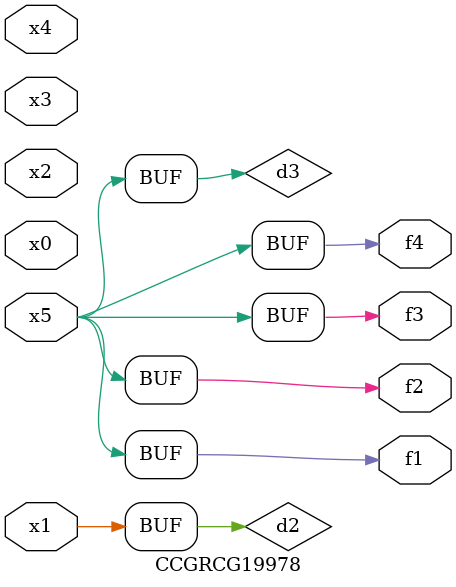
<source format=v>
module CCGRCG19978(
	input x0, x1, x2, x3, x4, x5,
	output f1, f2, f3, f4
);

	wire d1, d2, d3;

	not (d1, x5);
	or (d2, x1);
	xnor (d3, d1);
	assign f1 = d3;
	assign f2 = d3;
	assign f3 = d3;
	assign f4 = d3;
endmodule

</source>
